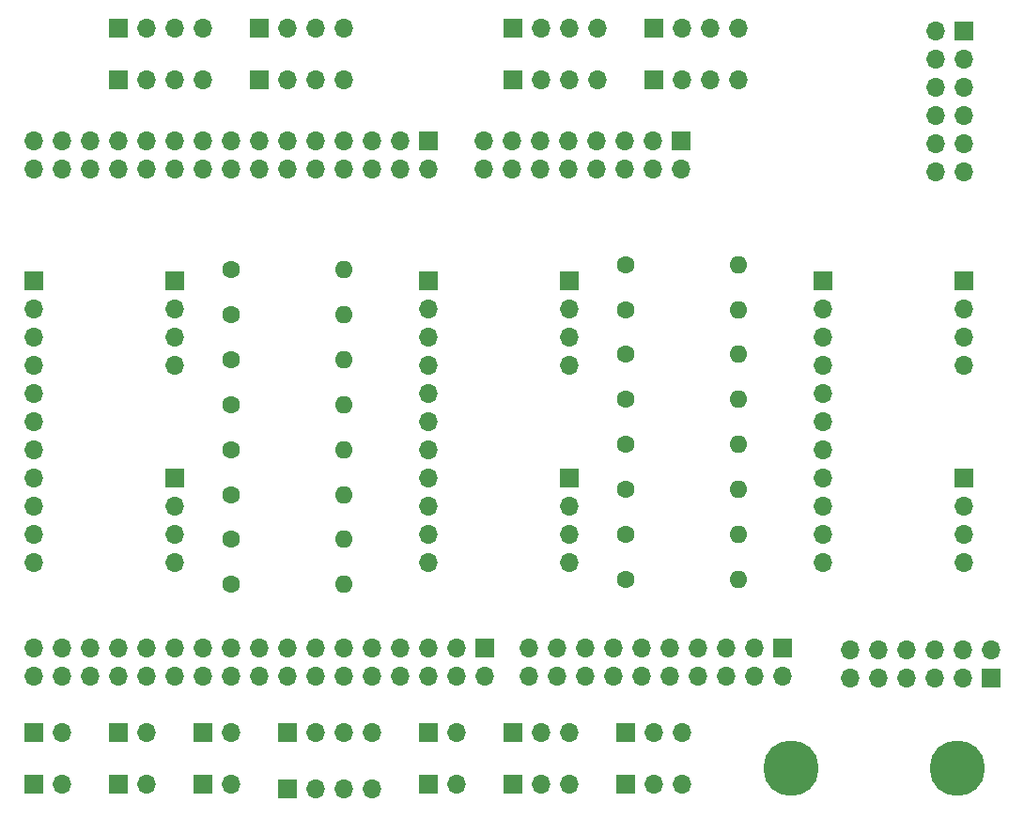
<source format=gts>
G04 #@! TF.GenerationSoftware,KiCad,Pcbnew,8.0.7*
G04 #@! TF.CreationDate,2024-12-23T09:47:45+09:00*
G04 #@! TF.ProjectId,F767ZI_MB_V1.1,46373637-5a49-45f4-9d42-5f56312e312e,rev?*
G04 #@! TF.SameCoordinates,Original*
G04 #@! TF.FileFunction,Soldermask,Top*
G04 #@! TF.FilePolarity,Negative*
%FSLAX46Y46*%
G04 Gerber Fmt 4.6, Leading zero omitted, Abs format (unit mm)*
G04 Created by KiCad (PCBNEW 8.0.7) date 2024-12-23 09:47:45*
%MOMM*%
%LPD*%
G01*
G04 APERTURE LIST*
%ADD10R,1.700000X1.700000*%
%ADD11O,1.700000X1.700000*%
%ADD12C,5.000000*%
%ADD13C,1.600000*%
%ADD14O,1.600000X1.600000*%
G04 APERTURE END LIST*
D10*
X91440000Y-88783000D03*
D11*
X91440000Y-91323000D03*
X91440000Y-93863000D03*
X91440000Y-96403000D03*
D12*
X146939000Y-132725000D03*
X161939000Y-132725000D03*
D10*
X162560000Y-106563000D03*
D11*
X162560000Y-109103000D03*
X162560000Y-111643000D03*
X162560000Y-114183000D03*
D10*
X93980000Y-129540000D03*
D11*
X96520000Y-129540000D03*
D10*
X121920000Y-70690000D03*
D11*
X124460000Y-70690000D03*
X127000000Y-70690000D03*
X129540000Y-70690000D03*
D10*
X162560000Y-66304000D03*
D11*
X160020000Y-66304000D03*
X162560000Y-68844000D03*
X160020000Y-68844000D03*
X162560000Y-71384000D03*
X160020000Y-71384000D03*
X162560000Y-73924000D03*
X160020000Y-73924000D03*
X162560000Y-76464000D03*
X160020000Y-76464000D03*
X162560000Y-79004000D03*
X160020000Y-79004000D03*
D13*
X96520000Y-87823000D03*
D14*
X106680000Y-87823000D03*
D10*
X121920000Y-134190000D03*
D11*
X124460000Y-134190000D03*
X127000000Y-134190000D03*
D13*
X96520000Y-104023000D03*
D14*
X106680000Y-104023000D03*
D10*
X134620000Y-66040000D03*
D11*
X137160000Y-66040000D03*
X139700000Y-66040000D03*
X142240000Y-66040000D03*
D10*
X149860000Y-88783000D03*
D11*
X149860000Y-91323000D03*
X149860000Y-93863000D03*
X149860000Y-96403000D03*
X149860000Y-98943000D03*
X149860000Y-101483000D03*
X149860000Y-104023000D03*
X149860000Y-106563000D03*
X149860000Y-109103000D03*
X149860000Y-111643000D03*
X149860000Y-114183000D03*
D10*
X86360000Y-129540000D03*
D11*
X88900000Y-129540000D03*
D10*
X121920000Y-129540000D03*
D11*
X124460000Y-129540000D03*
X127000000Y-129540000D03*
D13*
X132080000Y-107593000D03*
D14*
X142240000Y-107593000D03*
D13*
X132080000Y-99493000D03*
D14*
X142240000Y-99493000D03*
D10*
X114300000Y-134140000D03*
D11*
X116840000Y-134140000D03*
D10*
X164973000Y-124597000D03*
D11*
X164973000Y-122057000D03*
X162433000Y-124597000D03*
X162433000Y-122057000D03*
X159893000Y-124597000D03*
X159893000Y-122057000D03*
X157353000Y-124597000D03*
X157353000Y-122057000D03*
X154813000Y-124597000D03*
X154813000Y-122057000D03*
X152273000Y-124597000D03*
X152273000Y-122057000D03*
D13*
X132080000Y-103543000D03*
D14*
X142240000Y-103543000D03*
D13*
X96520000Y-108073000D03*
D14*
X106680000Y-108073000D03*
D13*
X132080000Y-111643000D03*
D14*
X142240000Y-111643000D03*
D10*
X101600000Y-134620000D03*
D11*
X104140000Y-134620000D03*
X106680000Y-134620000D03*
X109220000Y-134620000D03*
D10*
X101600000Y-129540000D03*
D11*
X104140000Y-129540000D03*
X106680000Y-129540000D03*
X109220000Y-129540000D03*
D10*
X114300000Y-88783000D03*
D11*
X114300000Y-91323000D03*
X114300000Y-93863000D03*
X114300000Y-96403000D03*
X114300000Y-98943000D03*
X114300000Y-101483000D03*
X114300000Y-104023000D03*
X114300000Y-106563000D03*
X114300000Y-109103000D03*
X114300000Y-111643000D03*
X114300000Y-114183000D03*
D10*
X86360000Y-66040000D03*
D11*
X88900000Y-66040000D03*
X91440000Y-66040000D03*
X93980000Y-66040000D03*
D13*
X132080000Y-87343000D03*
D14*
X142240000Y-87343000D03*
D13*
X96520000Y-116173000D03*
D14*
X106680000Y-116173000D03*
D10*
X121920000Y-66040000D03*
D11*
X124460000Y-66040000D03*
X127000000Y-66040000D03*
X129540000Y-66040000D03*
D13*
X96520000Y-99973000D03*
D14*
X106680000Y-99973000D03*
D10*
X99060000Y-70690000D03*
D11*
X101600000Y-70690000D03*
X104140000Y-70690000D03*
X106680000Y-70690000D03*
D10*
X127000000Y-106563000D03*
D11*
X127000000Y-109103000D03*
X127000000Y-111643000D03*
X127000000Y-114183000D03*
D10*
X162560000Y-88783000D03*
D11*
X162560000Y-91323000D03*
X162560000Y-93863000D03*
X162560000Y-96403000D03*
D10*
X134620000Y-70690000D03*
D11*
X137160000Y-70690000D03*
X139700000Y-70690000D03*
X142240000Y-70690000D03*
D10*
X91440000Y-106563000D03*
D11*
X91440000Y-109103000D03*
X91440000Y-111643000D03*
X91440000Y-114183000D03*
D13*
X132080000Y-115693000D03*
D14*
X142240000Y-115693000D03*
D13*
X132080000Y-91393000D03*
D14*
X142240000Y-91393000D03*
D13*
X96520000Y-95923000D03*
D14*
X106680000Y-95923000D03*
D10*
X93980000Y-134190000D03*
D11*
X96520000Y-134190000D03*
D10*
X86360000Y-70690000D03*
D11*
X88900000Y-70690000D03*
X91440000Y-70690000D03*
X93980000Y-70690000D03*
D10*
X132080000Y-129540000D03*
D11*
X134620000Y-129540000D03*
X137160000Y-129540000D03*
D10*
X132080000Y-134190000D03*
D11*
X134620000Y-134190000D03*
X137160000Y-134190000D03*
D10*
X78740000Y-134190000D03*
D11*
X81280000Y-134190000D03*
D10*
X86360000Y-134190000D03*
D11*
X88900000Y-134190000D03*
D13*
X96520000Y-91873000D03*
D14*
X106680000Y-91873000D03*
D10*
X78740000Y-88783000D03*
D11*
X78740000Y-91323000D03*
X78740000Y-93863000D03*
X78740000Y-96403000D03*
X78740000Y-98943000D03*
X78740000Y-101483000D03*
X78740000Y-104023000D03*
X78740000Y-106563000D03*
X78740000Y-109103000D03*
X78740000Y-111643000D03*
X78740000Y-114183000D03*
D10*
X78740000Y-129540000D03*
D11*
X81280000Y-129540000D03*
D10*
X114300000Y-129540000D03*
D11*
X116840000Y-129540000D03*
D10*
X99060000Y-66040000D03*
D11*
X101600000Y-66040000D03*
X104140000Y-66040000D03*
X106680000Y-66040000D03*
D13*
X96520000Y-112123000D03*
D14*
X106680000Y-112123000D03*
D10*
X127000000Y-88783000D03*
D11*
X127000000Y-91323000D03*
X127000000Y-93863000D03*
X127000000Y-96403000D03*
D13*
X132080000Y-95443000D03*
D14*
X142240000Y-95443000D03*
D10*
X146240000Y-121920000D03*
D11*
X146240000Y-124460000D03*
X143700000Y-121920000D03*
X143700000Y-124460000D03*
X141160000Y-121920000D03*
X141160000Y-124460000D03*
X138620000Y-121920000D03*
X138620000Y-124460000D03*
X136080000Y-121920000D03*
X136080000Y-124460000D03*
X133540000Y-121920000D03*
X133540000Y-124460000D03*
X131000000Y-121920000D03*
X131000000Y-124460000D03*
X128460000Y-121920000D03*
X128460000Y-124460000D03*
X125920000Y-121920000D03*
X125920000Y-124460000D03*
X123380000Y-121920000D03*
X123380000Y-124460000D03*
D10*
X119380000Y-121920000D03*
D11*
X119380000Y-124460000D03*
X116840000Y-121920000D03*
X116840000Y-124460000D03*
X114300000Y-121920000D03*
X114300000Y-124460000D03*
X111760000Y-121920000D03*
X111760000Y-124460000D03*
X109220000Y-121920000D03*
X109220000Y-124460000D03*
X106680000Y-121920000D03*
X106680000Y-124460000D03*
X104140000Y-121920000D03*
X104140000Y-124460000D03*
X101600000Y-121920000D03*
X101600000Y-124460000D03*
X99060000Y-121920000D03*
X99060000Y-124460000D03*
X96520000Y-121920000D03*
X96520000Y-124460000D03*
X93980000Y-121920000D03*
X93980000Y-124460000D03*
X91440000Y-121920000D03*
X91440000Y-124460000D03*
X88900000Y-121920000D03*
X88900000Y-124460000D03*
X86360000Y-121920000D03*
X86360000Y-124460000D03*
X83820000Y-121920000D03*
X83820000Y-124460000D03*
X81280000Y-121920000D03*
X81280000Y-124460000D03*
X78740000Y-121920000D03*
X78740000Y-124460000D03*
D10*
X137080000Y-76200000D03*
D11*
X137080000Y-78740000D03*
X134540000Y-76200000D03*
X134540000Y-78740000D03*
X132000000Y-76200000D03*
X132000000Y-78740000D03*
X129460000Y-76200000D03*
X129460000Y-78740000D03*
X126920000Y-76200000D03*
X126920000Y-78740000D03*
X124380000Y-76200000D03*
X124380000Y-78740000D03*
X121840000Y-76200000D03*
X121840000Y-78740000D03*
X119300000Y-76200000D03*
X119300000Y-78740000D03*
D10*
X114300000Y-76200000D03*
D11*
X114300000Y-78740000D03*
X111760000Y-76200000D03*
X111760000Y-78740000D03*
X109220000Y-76200000D03*
X109220000Y-78740000D03*
X106680000Y-76200000D03*
X106680000Y-78740000D03*
X104140000Y-76200000D03*
X104140000Y-78740000D03*
X101600000Y-76200000D03*
X101600000Y-78740000D03*
X99060000Y-76200000D03*
X99060000Y-78740000D03*
X96520000Y-76200000D03*
X96520000Y-78740000D03*
X93980000Y-76200000D03*
X93980000Y-78740000D03*
X91440000Y-76200000D03*
X91440000Y-78740000D03*
X88900000Y-76200000D03*
X88900000Y-78740000D03*
X86360000Y-76200000D03*
X86360000Y-78740000D03*
X83820000Y-76200000D03*
X83820000Y-78740000D03*
X81280000Y-76200000D03*
X81280000Y-78740000D03*
X78740000Y-76200000D03*
X78740000Y-78740000D03*
M02*

</source>
